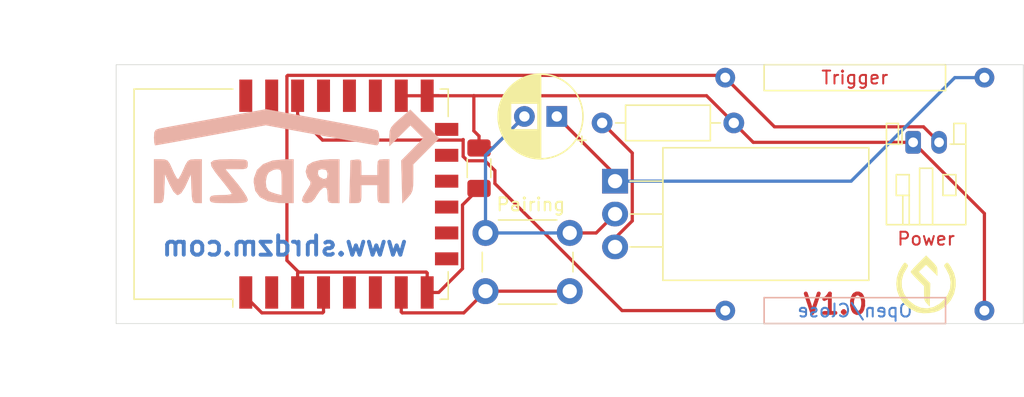
<source format=kicad_pcb>
(kicad_pcb (version 20171130) (host pcbnew "(5.1.9)-1")

  (general
    (thickness 1.6)
    (drawings 9)
    (tracks 69)
    (zones 0)
    (modules 11)
    (nets 22)
  )

  (page A4)
  (layers
    (0 F.Cu signal)
    (31 B.Cu signal)
    (32 B.Adhes user)
    (33 F.Adhes user)
    (34 B.Paste user)
    (35 F.Paste user)
    (36 B.SilkS user)
    (37 F.SilkS user)
    (38 B.Mask user)
    (39 F.Mask user)
    (40 Dwgs.User user)
    (41 Cmts.User user)
    (42 Eco1.User user)
    (43 Eco2.User user)
    (44 Edge.Cuts user)
    (45 Margin user)
    (46 B.CrtYd user)
    (47 F.CrtYd user)
    (48 B.Fab user)
    (49 F.Fab user)
  )

  (setup
    (last_trace_width 0.25)
    (trace_clearance 0.2)
    (zone_clearance 0.508)
    (zone_45_only no)
    (trace_min 0.2)
    (via_size 0.8)
    (via_drill 0.4)
    (via_min_size 0.4)
    (via_min_drill 0.3)
    (uvia_size 0.3)
    (uvia_drill 0.1)
    (uvias_allowed no)
    (uvia_min_size 0.2)
    (uvia_min_drill 0.1)
    (edge_width 0.05)
    (segment_width 0.2)
    (pcb_text_width 0.3)
    (pcb_text_size 1.5 1.5)
    (mod_edge_width 0.12)
    (mod_text_size 1 1)
    (mod_text_width 0.15)
    (pad_size 1.524 1.524)
    (pad_drill 0.762)
    (pad_to_mask_clearance 0)
    (aux_axis_origin 0 0)
    (visible_elements 7FFFF7FF)
    (pcbplotparams
      (layerselection 0x010fc_ffffffff)
      (usegerberextensions false)
      (usegerberattributes true)
      (usegerberadvancedattributes true)
      (creategerberjobfile true)
      (excludeedgelayer true)
      (linewidth 0.100000)
      (plotframeref false)
      (viasonmask false)
      (mode 1)
      (useauxorigin false)
      (hpglpennumber 1)
      (hpglpenspeed 20)
      (hpglpendiameter 15.000000)
      (psnegative false)
      (psa4output false)
      (plotreference true)
      (plotvalue true)
      (plotinvisibletext false)
      (padsonsilk false)
      (subtractmaskfromsilk false)
      (outputformat 1)
      (mirror false)
      (drillshape 0)
      (scaleselection 1)
      (outputdirectory "Gerber/"))
  )

  (net 0 "")
  (net 1 GND)
  (net 2 +3V3)
  (net 3 "Net-(C1-Pad1)")
  (net 4 "Net-(Q1-Pad3)")
  (net 5 "Net-(SW2-Pad1)")
  (net 6 "Net-(SW3-Pad1)")
  (net 7 "Net-(U1-Pad1)")
  (net 8 "Net-(U1-Pad2)")
  (net 9 "Net-(U1-Pad5)")
  (net 10 "Net-(U1-Pad6)")
  (net 11 "Net-(U1-Pad9)")
  (net 12 "Net-(U1-Pad10)")
  (net 13 "Net-(U1-Pad11)")
  (net 14 "Net-(U1-Pad12)")
  (net 15 "Net-(U1-Pad13)")
  (net 16 "Net-(U1-Pad14)")
  (net 17 "Net-(U1-Pad17)")
  (net 18 "Net-(U1-Pad18)")
  (net 19 "Net-(U1-Pad19)")
  (net 20 "Net-(U1-Pad21)")
  (net 21 "Net-(U1-Pad22)")

  (net_class Default "This is the default net class."
    (clearance 0.2)
    (trace_width 0.25)
    (via_dia 0.8)
    (via_drill 0.4)
    (uvia_dia 0.3)
    (uvia_drill 0.1)
    (add_net +3V3)
    (add_net GND)
    (add_net "Net-(C1-Pad1)")
    (add_net "Net-(Q1-Pad3)")
    (add_net "Net-(SW2-Pad1)")
    (add_net "Net-(SW3-Pad1)")
    (add_net "Net-(U1-Pad1)")
    (add_net "Net-(U1-Pad10)")
    (add_net "Net-(U1-Pad11)")
    (add_net "Net-(U1-Pad12)")
    (add_net "Net-(U1-Pad13)")
    (add_net "Net-(U1-Pad14)")
    (add_net "Net-(U1-Pad17)")
    (add_net "Net-(U1-Pad18)")
    (add_net "Net-(U1-Pad19)")
    (add_net "Net-(U1-Pad2)")
    (add_net "Net-(U1-Pad21)")
    (add_net "Net-(U1-Pad22)")
    (add_net "Net-(U1-Pad5)")
    (add_net "Net-(U1-Pad6)")
    (add_net "Net-(U1-Pad9)")
  )

  (module "SHRDZM:SHRDZM Symbol 5x5" (layer F.Cu) (tedit 0) (tstamp 6053F220)
    (at 131.5 70)
    (fp_text reference G*** (at 0 0) (layer F.SilkS) hide
      (effects (font (size 1.524 1.524) (thickness 0.3)))
    )
    (fp_text value LOGO (at 0.75 0) (layer F.SilkS) hide
      (effects (font (size 1.524 1.524) (thickness 0.3)))
    )
    (fp_poly (pts (xy 0.436196 -1.825987) (xy 0.66022 -1.596669) (xy 0.791224 -1.429677) (xy 0.853769 -1.280676)
      (xy 0.872417 -1.105331) (xy 0.873125 -1.037298) (xy 0.873125 -0.680111) (xy 0.43736 -1.110462)
      (xy 0.001596 -1.540814) (xy -0.278011 -1.269809) (xy -0.557617 -0.998804) (xy 0.322975 -0.108926)
      (xy 0.300394 0.784464) (xy 0.277812 1.677854) (xy 0.059531 1.44974) (xy -0.057965 1.309741)
      (xy -0.123848 1.16476) (xy -0.15261 0.9629) (xy -0.15875 0.668051) (xy -0.15875 0.114476)
      (xy -0.674688 -0.396875) (xy -0.902046 -0.630826) (xy -1.078259 -0.828545) (xy -1.177694 -0.960471)
      (xy -1.190625 -0.991882) (xy -1.137382 -1.079261) (xy -0.993484 -1.249778) (xy -0.782674 -1.476507)
      (xy -0.595679 -1.666512) (xy -0.000732 -2.257487) (xy 0.436196 -1.825987)) (layer F.SilkS) (width 0.01))
    (fp_poly (pts (xy -1.506686 -1.625883) (xy -1.503334 -1.622852) (xy -1.398724 -1.505223) (xy -1.412956 -1.400282)
      (xy -1.469728 -1.316374) (xy -1.75387 -0.815712) (xy -1.886962 -0.30033) (xy -1.870112 0.211618)
      (xy -1.704429 0.701978) (xy -1.391021 1.152595) (xy -1.314082 1.233002) (xy -0.864498 1.5863)
      (xy -0.389162 1.785985) (xy 0.097619 1.832058) (xy 0.581538 1.724518) (xy 1.048286 1.463366)
      (xy 1.314081 1.233002) (xy 1.655709 0.792086) (xy 1.849824 0.307945) (xy 1.895319 -0.201268)
      (xy 1.791085 -0.717399) (xy 1.536013 -1.222293) (xy 1.469727 -1.316374) (xy 1.392661 -1.44994)
      (xy 1.429417 -1.550408) (xy 1.503333 -1.622852) (xy 1.595643 -1.694892) (xy 1.669653 -1.693628)
      (xy 1.758787 -1.598696) (xy 1.896469 -1.389728) (xy 1.903109 -1.379261) (xy 2.154504 -0.894106)
      (xy 2.275576 -0.412973) (xy 2.281585 0.121397) (xy 2.159228 0.698) (xy 1.896881 1.216996)
      (xy 1.509151 1.656847) (xy 1.010647 1.996013) (xy 1.009923 1.996385) (xy 0.657971 2.119791)
      (xy 0.226438 2.189529) (xy -0.218985 2.201228) (xy -0.612607 2.150515) (xy -0.738348 2.112708)
      (xy -1.277564 1.834626) (xy -1.717995 1.449179) (xy -2.044617 0.977102) (xy -2.242407 0.439127)
      (xy -2.297949 -0.039688) (xy -2.260217 -0.53047) (xy -2.125067 -0.969971) (xy -1.902146 -1.380781)
      (xy -1.762284 -1.59393) (xy -1.672115 -1.692258) (xy -1.598096 -1.696122) (xy -1.506686 -1.625883)) (layer F.SilkS) (width 0.01))
  )

  (module "SHRDZM:SHRDZM 22x7" (layer B.Cu) (tedit 0) (tstamp 6053EF90)
    (at 83 60 180)
    (fp_text reference G*** (at 0 0) (layer B.SilkS) hide
      (effects (font (size 1.524 1.524) (thickness 0.3)) (justify mirror))
    )
    (fp_text value LOGO (at 0.75 0) (layer B.SilkS) hide
      (effects (font (size 1.524 1.524) (thickness 0.3)) (justify mirror))
    )
    (fp_poly (pts (xy 6.33845 2.855293) (xy 7.417916 2.659623) (xy 8.416121 2.477961) (xy 9.287089 2.318731)
      (xy 9.98484 2.19036) (xy 10.463396 2.101271) (xy 10.660304 2.063377) (xy 10.937411 1.968731)
      (xy 11.057669 1.770842) (xy 11.083637 1.373224) (xy 11.061472 0.992029) (xy 11.006232 0.783193)
      (xy 10.98564 0.769697) (xy 10.81443 0.79655) (xy 10.380107 0.87235) (xy 9.722286 0.989964)
      (xy 8.880581 1.142255) (xy 7.894607 1.322089) (xy 6.803979 1.522331) (xy 6.675337 1.546032)
      (xy 2.463031 2.322366) (xy -1.749276 1.546032) (xy -2.854042 1.343541) (xy -3.863046 1.160741)
      (xy -4.735726 1.004807) (xy -5.431519 0.882919) (xy -5.909864 0.802252) (xy -6.130199 0.769986)
      (xy -6.136549 0.769697) (xy -6.253464 0.905031) (xy -6.310375 1.238488) (xy -6.311515 1.2994)
      (xy -6.273638 1.680671) (xy -6.181152 1.907521) (xy -6.168231 1.917657) (xy -5.98478 1.967536)
      (xy -5.538462 2.064115) (xy -4.8694 2.199457) (xy -4.017718 2.365623) (xy -3.02354 2.554673)
      (xy -1.92699 2.758671) (xy -1.792509 2.783396) (xy 2.43993 3.56058) (xy 6.33845 2.855293)) (layer B.SilkS) (width 0.01))
    (fp_poly (pts (xy 8.26362 -0.330757) (xy 8.475033 -0.447322) (xy 8.651647 -0.729463) (xy 8.803601 -1.077575)
      (xy 8.999928 -1.504146) (xy 9.165105 -1.783649) (xy 9.236364 -1.847272) (xy 9.352911 -1.717378)
      (xy 9.532806 -1.383147) (xy 9.669127 -1.077575) (xy 9.871071 -0.630791) (xy 10.049204 -0.401604)
      (xy 10.284523 -0.318124) (xy 10.536318 -0.307878) (xy 11.083637 -0.307878) (xy 11.083637 -3.694545)
      (xy 10.705532 -3.694545) (xy 10.509824 -3.676699) (xy 10.392873 -3.579298) (xy 10.329724 -3.336552)
      (xy 10.295422 -2.882668) (xy 10.282199 -2.578484) (xy 10.23697 -1.462424) (xy 9.87165 -2.270606)
      (xy 9.578486 -2.808425) (xy 9.317423 -3.060581) (xy 9.236364 -3.078787) (xy 8.988976 -2.928941)
      (xy 8.705713 -2.48863) (xy 8.601078 -2.270606) (xy 8.235758 -1.462424) (xy 8.190529 -2.578484)
      (xy 8.161159 -3.154028) (xy 8.114644 -3.487584) (xy 8.026028 -3.644945) (xy 7.870356 -3.691902)
      (xy 7.767196 -3.694545) (xy 7.389091 -3.694545) (xy 7.389091 -0.307878) (xy 7.93641 -0.307878)
      (xy 8.26362 -0.330757)) (layer B.SilkS) (width 0.01))
    (fp_poly (pts (xy 6.008444 -0.324563) (xy 6.489165 -0.397713) (xy 6.697007 -0.561976) (xy 6.648045 -0.851995)
      (xy 6.358353 -1.302417) (xy 5.943455 -1.826753) (xy 5.558275 -2.307948) (xy 5.261632 -2.698313)
      (xy 5.0982 -2.938158) (xy 5.08 -2.980469) (xy 5.219249 -3.034323) (xy 5.578439 -3.070034)
      (xy 5.926667 -3.078787) (xy 6.415954 -3.092151) (xy 6.670845 -3.149929) (xy 6.764304 -3.278654)
      (xy 6.773334 -3.386666) (xy 6.751251 -3.529762) (xy 6.646928 -3.620073) (xy 6.403254 -3.669624)
      (xy 5.96312 -3.690438) (xy 5.31091 -3.694545) (xy 4.627332 -3.688681) (xy 4.195493 -3.66408)
      (xy 3.959361 -3.610229) (xy 3.862904 -3.516613) (xy 3.848485 -3.420136) (xy 3.942489 -3.182397)
      (xy 4.193196 -2.785351) (xy 4.553648 -2.300582) (xy 4.706811 -2.111651) (xy 5.565136 -1.077575)
      (xy 4.706811 -1.077575) (xy 4.217751 -1.0679) (xy 3.961604 -1.016496) (xy 3.863511 -0.889801)
      (xy 3.848485 -0.692727) (xy 3.859459 -0.510799) (xy 3.93181 -0.397724) (xy 4.12468 -0.33713)
      (xy 4.497215 -0.312646) (xy 5.108556 -0.3079) (xy 5.238771 -0.307878) (xy 6.008444 -0.324563)) (layer B.SilkS) (width 0.01))
    (fp_poly (pts (xy 0.962122 -0.308737) (xy 1.928012 -0.402391) (xy 2.653662 -0.67821) (xy 3.134329 -1.132748)
      (xy 3.365267 -1.76256) (xy 3.386667 -2.069914) (xy 3.266339 -2.744473) (xy 2.90305 -3.237267)
      (xy 2.293344 -3.550801) (xy 1.433765 -3.68758) (xy 1.144525 -3.694545) (xy 0.307879 -3.694545)
      (xy 0.307879 -2.081114) (xy 1.231516 -2.081114) (xy 1.231516 -3.084653) (xy 1.654849 -2.983524)
      (xy 2.038885 -2.855649) (xy 2.270607 -2.730833) (xy 2.421578 -2.446134) (xy 2.454349 -2.018098)
      (xy 2.37379 -1.585602) (xy 2.221126 -1.31948) (xy 1.87761 -1.126027) (xy 1.605368 -1.077575)
      (xy 1.404546 -1.09646) (xy 1.292558 -1.199363) (xy 1.243559 -1.455657) (xy 1.231705 -1.934715)
      (xy 1.231516 -2.081114) (xy 0.307879 -2.081114) (xy 0.307879 -0.307878) (xy 0.962122 -0.308737)) (layer B.SilkS) (width 0.01))
    (fp_poly (pts (xy -1.761891 -0.364157) (xy -1.176456 -0.517601) (xy -0.795358 -0.745123) (xy -0.736702 -0.817812)
      (xy -0.622926 -1.255003) (xy -0.751502 -1.713021) (xy -0.860068 -1.862081) (xy -0.99411 -2.05174)
      (xy -0.986149 -2.247786) (xy -0.818135 -2.550589) (xy -0.706128 -2.718119) (xy -0.410165 -3.208523)
      (xy -0.330986 -3.512364) (xy -0.469438 -3.662528) (xy -0.731212 -3.694129) (xy -1.056406 -3.624237)
      (xy -1.314776 -3.367405) (xy -1.462424 -3.118673) (xy -1.71518 -2.746889) (xy -1.971816 -2.518078)
      (xy -2.039696 -2.492044) (xy -2.214385 -2.513209) (xy -2.293196 -2.712421) (xy -2.30909 -3.0675)
      (xy -2.326485 -3.466995) (xy -2.421636 -3.64641) (xy -2.658995 -3.693258) (xy -2.770909 -3.694545)
      (xy -3.232727 -3.694545) (xy -3.232727 -1.47313) (xy -2.30909 -1.47313) (xy -2.258836 -1.761451)
      (xy -2.055968 -1.82919) (xy -1.962727 -1.819494) (xy -1.651515 -1.644194) (xy -1.567172 -1.423939)
      (xy -1.58782 -1.165224) (xy -1.807492 -1.080681) (xy -1.913535 -1.077575) (xy -2.211204 -1.136573)
      (xy -2.306171 -1.375294) (xy -2.30909 -1.47313) (xy -3.232727 -1.47313) (xy -3.232727 -0.307878)
      (xy -2.473051 -0.307878) (xy -1.761891 -0.364157)) (layer B.SilkS) (width 0.01))
    (fp_poly (pts (xy -6.323272 -0.332194) (xy -6.191634 -0.463962) (xy -6.158304 -0.791414) (xy -6.157575 -0.923636)
      (xy -6.157575 -1.539394) (xy -4.92606 -1.539394) (xy -4.92606 -0.913411) (xy -4.90997 -0.516795)
      (xy -4.822498 -0.347616) (xy -4.604841 -0.325687) (xy -4.502727 -0.336138) (xy -4.079393 -0.384848)
      (xy -4.035701 -2.039697) (xy -3.992008 -3.694545) (xy -4.459034 -3.694545) (xy -4.746185 -3.674901)
      (xy -4.882186 -3.560245) (xy -4.923389 -3.266991) (xy -4.92606 -3.001818) (xy -4.92606 -2.30909)
      (xy -6.157575 -2.30909) (xy -6.157575 -3.001818) (xy -6.170963 -3.427786) (xy -6.248259 -3.629539)
      (xy -6.445168 -3.690629) (xy -6.619393 -3.694545) (xy -7.081212 -3.694545) (xy -7.081212 -0.307878)
      (xy -6.619393 -0.307878) (xy -6.323272 -0.332194)) (layer B.SilkS) (width 0.01))
    (fp_poly (pts (xy -7.889393 2.826854) (xy -7.459882 2.439798) (xy -7.217448 2.152798) (xy -7.109048 1.873213)
      (xy -7.081642 1.508401) (xy -7.081212 1.415339) (xy -7.081212 0.703245) (xy -7.893288 1.505234)
      (xy -8.705365 2.307223) (xy -9.201025 1.811562) (xy -9.696686 1.315902) (xy -8.84527 0.455508)
      (xy -7.993854 -0.404885) (xy -8.037836 -2.060399) (xy -8.081818 -3.715914) (xy -8.505151 -3.273473)
      (xy -8.733883 -3.000547) (xy -8.861695 -2.717593) (xy -8.917059 -2.323211) (xy -8.928484 -1.765742)
      (xy -8.928484 -0.700453) (xy -10.929686 1.316201) (xy -9.813631 2.421238) (xy -8.697575 3.526275)
      (xy -7.889393 2.826854)) (layer B.SilkS) (width 0.01))
  )

  (module RF_Module:ESP-12E (layer F.Cu) (tedit 5A030172) (tstamp 6053D26D)
    (at 82.5 63 90)
    (descr "Wi-Fi Module, http://wiki.ai-thinker.com/_media/esp8266/docs/aithinker_esp_12f_datasheet_en.pdf")
    (tags "Wi-Fi Module")
    (path /606216D0)
    (attr smd)
    (fp_text reference U1 (at -2 -1.5 90) (layer F.SilkS) hide
      (effects (font (size 1 1) (thickness 0.15)))
    )
    (fp_text value ESP-12F (at -0.06 -12.78 90) (layer F.Fab)
      (effects (font (size 1 1) (thickness 0.15)))
    )
    (fp_line (start -8 -12) (end 8 -12) (layer F.Fab) (width 0.12))
    (fp_line (start 8 -12) (end 8 12) (layer F.Fab) (width 0.12))
    (fp_line (start 8 12) (end -8 12) (layer F.Fab) (width 0.12))
    (fp_line (start -8 12) (end -8 -3) (layer F.Fab) (width 0.12))
    (fp_line (start -8 -3) (end -7.5 -3.5) (layer F.Fab) (width 0.12))
    (fp_line (start -7.5 -3.5) (end -8 -4) (layer F.Fab) (width 0.12))
    (fp_line (start -8 -4) (end -8 -12) (layer F.Fab) (width 0.12))
    (fp_line (start -9.05 -12.2) (end 9.05 -12.2) (layer F.CrtYd) (width 0.05))
    (fp_line (start 9.05 -12.2) (end 9.05 13.1) (layer F.CrtYd) (width 0.05))
    (fp_line (start 9.05 13.1) (end -9.05 13.1) (layer F.CrtYd) (width 0.05))
    (fp_line (start -9.05 13.1) (end -9.05 -12.2) (layer F.CrtYd) (width 0.05))
    (fp_line (start -8.12 -12.12) (end 8.12 -12.12) (layer F.SilkS) (width 0.12))
    (fp_line (start 8.12 -12.12) (end 8.12 -4.5) (layer F.SilkS) (width 0.12))
    (fp_line (start 8.12 11.5) (end 8.12 12.12) (layer F.SilkS) (width 0.12))
    (fp_line (start 8.12 12.12) (end 6 12.12) (layer F.SilkS) (width 0.12))
    (fp_line (start -6 12.12) (end -8.12 12.12) (layer F.SilkS) (width 0.12))
    (fp_line (start -8.12 12.12) (end -8.12 11.5) (layer F.SilkS) (width 0.12))
    (fp_line (start -8.12 -4.5) (end -8.12 -12.12) (layer F.SilkS) (width 0.12))
    (fp_line (start -8.12 -4.5) (end -8.73 -4.5) (layer F.SilkS) (width 0.12))
    (fp_line (start -8.12 -12.12) (end 8.12 -12.12) (layer Dwgs.User) (width 0.12))
    (fp_line (start 8.12 -12.12) (end 8.12 -4.8) (layer Dwgs.User) (width 0.12))
    (fp_line (start 8.12 -4.8) (end -8.12 -4.8) (layer Dwgs.User) (width 0.12))
    (fp_line (start -8.12 -4.8) (end -8.12 -12.12) (layer Dwgs.User) (width 0.12))
    (fp_line (start -8.12 -9.12) (end -5.12 -12.12) (layer Dwgs.User) (width 0.12))
    (fp_line (start -8.12 -6.12) (end -2.12 -12.12) (layer Dwgs.User) (width 0.12))
    (fp_line (start -6.44 -4.8) (end 0.88 -12.12) (layer Dwgs.User) (width 0.12))
    (fp_line (start -3.44 -4.8) (end 3.88 -12.12) (layer Dwgs.User) (width 0.12))
    (fp_line (start -0.44 -4.8) (end 6.88 -12.12) (layer Dwgs.User) (width 0.12))
    (fp_line (start 2.56 -4.8) (end 8.12 -10.36) (layer Dwgs.User) (width 0.12))
    (fp_line (start 5.56 -4.8) (end 8.12 -7.36) (layer Dwgs.User) (width 0.12))
    (fp_text user Antenna (at -0.06 -7 270) (layer Cmts.User)
      (effects (font (size 1 1) (thickness 0.15)))
    )
    (fp_text user "KEEP-OUT ZONE" (at 0.03 -9.55 270) (layer Cmts.User)
      (effects (font (size 1 1) (thickness 0.15)))
    )
    (fp_text user %R (at 0.49 -0.8 90) (layer F.Fab)
      (effects (font (size 1 1) (thickness 0.15)))
    )
    (pad 1 smd rect (at -7.6 -3.5 90) (size 2.5 1) (layers F.Cu F.Paste F.Mask)
      (net 7 "Net-(U1-Pad1)"))
    (pad 2 smd rect (at -7.6 -1.5 90) (size 2.5 1) (layers F.Cu F.Paste F.Mask)
      (net 8 "Net-(U1-Pad2)"))
    (pad 3 smd rect (at -7.6 0.5 90) (size 2.5 1) (layers F.Cu F.Paste F.Mask)
      (net 2 +3V3))
    (pad 4 smd rect (at -7.6 2.5 90) (size 2.5 1) (layers F.Cu F.Paste F.Mask)
      (net 7 "Net-(U1-Pad1)"))
    (pad 5 smd rect (at -7.6 4.5 90) (size 2.5 1) (layers F.Cu F.Paste F.Mask)
      (net 9 "Net-(U1-Pad5)"))
    (pad 6 smd rect (at -7.6 6.5 90) (size 2.5 1) (layers F.Cu F.Paste F.Mask)
      (net 10 "Net-(U1-Pad6)"))
    (pad 7 smd rect (at -7.6 8.5 90) (size 2.5 1) (layers F.Cu F.Paste F.Mask)
      (net 5 "Net-(SW2-Pad1)"))
    (pad 8 smd rect (at -7.6 10.5 90) (size 2.5 1) (layers F.Cu F.Paste F.Mask)
      (net 2 +3V3))
    (pad 9 smd rect (at -5 12 90) (size 1 1.8) (layers F.Cu F.Paste F.Mask)
      (net 11 "Net-(U1-Pad9)"))
    (pad 10 smd rect (at -3 12 90) (size 1 1.8) (layers F.Cu F.Paste F.Mask)
      (net 12 "Net-(U1-Pad10)"))
    (pad 11 smd rect (at -1 12 90) (size 1 1.8) (layers F.Cu F.Paste F.Mask)
      (net 13 "Net-(U1-Pad11)"))
    (pad 12 smd rect (at 1 12 90) (size 1 1.8) (layers F.Cu F.Paste F.Mask)
      (net 14 "Net-(U1-Pad12)"))
    (pad 13 smd rect (at 3 12 90) (size 1 1.8) (layers F.Cu F.Paste F.Mask)
      (net 15 "Net-(U1-Pad13)"))
    (pad 14 smd rect (at 5 12 90) (size 1 1.8) (layers F.Cu F.Paste F.Mask)
      (net 16 "Net-(U1-Pad14)"))
    (pad 15 smd rect (at 7.6 10.5 90) (size 2.5 1) (layers F.Cu F.Paste F.Mask)
      (net 1 GND))
    (pad 16 smd rect (at 7.6 8.5 90) (size 2.5 1) (layers F.Cu F.Paste F.Mask)
      (net 1 GND))
    (pad 17 smd rect (at 7.6 6.5 90) (size 2.5 1) (layers F.Cu F.Paste F.Mask)
      (net 17 "Net-(U1-Pad17)"))
    (pad 18 smd rect (at 7.6 4.5 90) (size 2.5 1) (layers F.Cu F.Paste F.Mask)
      (net 18 "Net-(U1-Pad18)"))
    (pad 19 smd rect (at 7.6 2.5 90) (size 2.5 1) (layers F.Cu F.Paste F.Mask)
      (net 19 "Net-(U1-Pad19)"))
    (pad 20 smd rect (at 7.6 0.5 90) (size 2.5 1) (layers F.Cu F.Paste F.Mask)
      (net 6 "Net-(SW3-Pad1)"))
    (pad 21 smd rect (at 7.6 -1.5 90) (size 2.5 1) (layers F.Cu F.Paste F.Mask)
      (net 20 "Net-(U1-Pad21)"))
    (pad 22 smd rect (at 7.6 -3.5 90) (size 2.5 1) (layers F.Cu F.Paste F.Mask)
      (net 21 "Net-(U1-Pad22)"))
    (model ${KISYS3DMOD}/RF_Module.3dshapes/ESP-12E.wrl
      (at (xyz 0 0 0))
      (scale (xyz 1 1 1))
      (rotate (xyz 0 0 0))
    )
  )

  (module Capacitor_THT:CP_Radial_D6.3mm_P2.50mm (layer F.Cu) (tedit 5AE50EF0) (tstamp 6053D170)
    (at 103 57 180)
    (descr "CP, Radial series, Radial, pin pitch=2.50mm, , diameter=6.3mm, Electrolytic Capacitor")
    (tags "CP Radial series Radial pin pitch 2.50mm  diameter 6.3mm Electrolytic Capacitor")
    (path /605B0492)
    (fp_text reference C1 (at 1.25 -4.4) (layer F.SilkS) hide
      (effects (font (size 1 1) (thickness 0.15)))
    )
    (fp_text value CP (at 1.25 2.5) (layer F.Fab)
      (effects (font (size 1 1) (thickness 0.15)))
    )
    (fp_circle (center 1.25 0) (end 4.4 0) (layer F.Fab) (width 0.1))
    (fp_circle (center 1.25 0) (end 4.52 0) (layer F.SilkS) (width 0.12))
    (fp_circle (center 1.25 0) (end 4.65 0) (layer F.CrtYd) (width 0.05))
    (fp_line (start -1.443972 -1.3735) (end -0.813972 -1.3735) (layer F.Fab) (width 0.1))
    (fp_line (start -1.128972 -1.6885) (end -1.128972 -1.0585) (layer F.Fab) (width 0.1))
    (fp_line (start 1.25 -3.23) (end 1.25 3.23) (layer F.SilkS) (width 0.12))
    (fp_line (start 1.29 -3.23) (end 1.29 3.23) (layer F.SilkS) (width 0.12))
    (fp_line (start 1.33 -3.23) (end 1.33 3.23) (layer F.SilkS) (width 0.12))
    (fp_line (start 1.37 -3.228) (end 1.37 3.228) (layer F.SilkS) (width 0.12))
    (fp_line (start 1.41 -3.227) (end 1.41 3.227) (layer F.SilkS) (width 0.12))
    (fp_line (start 1.45 -3.224) (end 1.45 3.224) (layer F.SilkS) (width 0.12))
    (fp_line (start 1.49 -3.222) (end 1.49 -1.04) (layer F.SilkS) (width 0.12))
    (fp_line (start 1.49 1.04) (end 1.49 3.222) (layer F.SilkS) (width 0.12))
    (fp_line (start 1.53 -3.218) (end 1.53 -1.04) (layer F.SilkS) (width 0.12))
    (fp_line (start 1.53 1.04) (end 1.53 3.218) (layer F.SilkS) (width 0.12))
    (fp_line (start 1.57 -3.215) (end 1.57 -1.04) (layer F.SilkS) (width 0.12))
    (fp_line (start 1.57 1.04) (end 1.57 3.215) (layer F.SilkS) (width 0.12))
    (fp_line (start 1.61 -3.211) (end 1.61 -1.04) (layer F.SilkS) (width 0.12))
    (fp_line (start 1.61 1.04) (end 1.61 3.211) (layer F.SilkS) (width 0.12))
    (fp_line (start 1.65 -3.206) (end 1.65 -1.04) (layer F.SilkS) (width 0.12))
    (fp_line (start 1.65 1.04) (end 1.65 3.206) (layer F.SilkS) (width 0.12))
    (fp_line (start 1.69 -3.201) (end 1.69 -1.04) (layer F.SilkS) (width 0.12))
    (fp_line (start 1.69 1.04) (end 1.69 3.201) (layer F.SilkS) (width 0.12))
    (fp_line (start 1.73 -3.195) (end 1.73 -1.04) (layer F.SilkS) (width 0.12))
    (fp_line (start 1.73 1.04) (end 1.73 3.195) (layer F.SilkS) (width 0.12))
    (fp_line (start 1.77 -3.189) (end 1.77 -1.04) (layer F.SilkS) (width 0.12))
    (fp_line (start 1.77 1.04) (end 1.77 3.189) (layer F.SilkS) (width 0.12))
    (fp_line (start 1.81 -3.182) (end 1.81 -1.04) (layer F.SilkS) (width 0.12))
    (fp_line (start 1.81 1.04) (end 1.81 3.182) (layer F.SilkS) (width 0.12))
    (fp_line (start 1.85 -3.175) (end 1.85 -1.04) (layer F.SilkS) (width 0.12))
    (fp_line (start 1.85 1.04) (end 1.85 3.175) (layer F.SilkS) (width 0.12))
    (fp_line (start 1.89 -3.167) (end 1.89 -1.04) (layer F.SilkS) (width 0.12))
    (fp_line (start 1.89 1.04) (end 1.89 3.167) (layer F.SilkS) (width 0.12))
    (fp_line (start 1.93 -3.159) (end 1.93 -1.04) (layer F.SilkS) (width 0.12))
    (fp_line (start 1.93 1.04) (end 1.93 3.159) (layer F.SilkS) (width 0.12))
    (fp_line (start 1.971 -3.15) (end 1.971 -1.04) (layer F.SilkS) (width 0.12))
    (fp_line (start 1.971 1.04) (end 1.971 3.15) (layer F.SilkS) (width 0.12))
    (fp_line (start 2.011 -3.141) (end 2.011 -1.04) (layer F.SilkS) (width 0.12))
    (fp_line (start 2.011 1.04) (end 2.011 3.141) (layer F.SilkS) (width 0.12))
    (fp_line (start 2.051 -3.131) (end 2.051 -1.04) (layer F.SilkS) (width 0.12))
    (fp_line (start 2.051 1.04) (end 2.051 3.131) (layer F.SilkS) (width 0.12))
    (fp_line (start 2.091 -3.121) (end 2.091 -1.04) (layer F.SilkS) (width 0.12))
    (fp_line (start 2.091 1.04) (end 2.091 3.121) (layer F.SilkS) (width 0.12))
    (fp_line (start 2.131 -3.11) (end 2.131 -1.04) (layer F.SilkS) (width 0.12))
    (fp_line (start 2.131 1.04) (end 2.131 3.11) (layer F.SilkS) (width 0.12))
    (fp_line (start 2.171 -3.098) (end 2.171 -1.04) (layer F.SilkS) (width 0.12))
    (fp_line (start 2.171 1.04) (end 2.171 3.098) (layer F.SilkS) (width 0.12))
    (fp_line (start 2.211 -3.086) (end 2.211 -1.04) (layer F.SilkS) (width 0.12))
    (fp_line (start 2.211 1.04) (end 2.211 3.086) (layer F.SilkS) (width 0.12))
    (fp_line (start 2.251 -3.074) (end 2.251 -1.04) (layer F.SilkS) (width 0.12))
    (fp_line (start 2.251 1.04) (end 2.251 3.074) (layer F.SilkS) (width 0.12))
    (fp_line (start 2.291 -3.061) (end 2.291 -1.04) (layer F.SilkS) (width 0.12))
    (fp_line (start 2.291 1.04) (end 2.291 3.061) (layer F.SilkS) (width 0.12))
    (fp_line (start 2.331 -3.047) (end 2.331 -1.04) (layer F.SilkS) (width 0.12))
    (fp_line (start 2.331 1.04) (end 2.331 3.047) (layer F.SilkS) (width 0.12))
    (fp_line (start 2.371 -3.033) (end 2.371 -1.04) (layer F.SilkS) (width 0.12))
    (fp_line (start 2.371 1.04) (end 2.371 3.033) (layer F.SilkS) (width 0.12))
    (fp_line (start 2.411 -3.018) (end 2.411 -1.04) (layer F.SilkS) (width 0.12))
    (fp_line (start 2.411 1.04) (end 2.411 3.018) (layer F.SilkS) (width 0.12))
    (fp_line (start 2.451 -3.002) (end 2.451 -1.04) (layer F.SilkS) (width 0.12))
    (fp_line (start 2.451 1.04) (end 2.451 3.002) (layer F.SilkS) (width 0.12))
    (fp_line (start 2.491 -2.986) (end 2.491 -1.04) (layer F.SilkS) (width 0.12))
    (fp_line (start 2.491 1.04) (end 2.491 2.986) (layer F.SilkS) (width 0.12))
    (fp_line (start 2.531 -2.97) (end 2.531 -1.04) (layer F.SilkS) (width 0.12))
    (fp_line (start 2.531 1.04) (end 2.531 2.97) (layer F.SilkS) (width 0.12))
    (fp_line (start 2.571 -2.952) (end 2.571 -1.04) (layer F.SilkS) (width 0.12))
    (fp_line (start 2.571 1.04) (end 2.571 2.952) (layer F.SilkS) (width 0.12))
    (fp_line (start 2.611 -2.934) (end 2.611 -1.04) (layer F.SilkS) (width 0.12))
    (fp_line (start 2.611 1.04) (end 2.611 2.934) (layer F.SilkS) (width 0.12))
    (fp_line (start 2.651 -2.916) (end 2.651 -1.04) (layer F.SilkS) (width 0.12))
    (fp_line (start 2.651 1.04) (end 2.651 2.916) (layer F.SilkS) (width 0.12))
    (fp_line (start 2.691 -2.896) (end 2.691 -1.04) (layer F.SilkS) (width 0.12))
    (fp_line (start 2.691 1.04) (end 2.691 2.896) (layer F.SilkS) (width 0.12))
    (fp_line (start 2.731 -2.876) (end 2.731 -1.04) (layer F.SilkS) (width 0.12))
    (fp_line (start 2.731 1.04) (end 2.731 2.876) (layer F.SilkS) (width 0.12))
    (fp_line (start 2.771 -2.856) (end 2.771 -1.04) (layer F.SilkS) (width 0.12))
    (fp_line (start 2.771 1.04) (end 2.771 2.856) (layer F.SilkS) (width 0.12))
    (fp_line (start 2.811 -2.834) (end 2.811 -1.04) (layer F.SilkS) (width 0.12))
    (fp_line (start 2.811 1.04) (end 2.811 2.834) (layer F.SilkS) (width 0.12))
    (fp_line (start 2.851 -2.812) (end 2.851 -1.04) (layer F.SilkS) (width 0.12))
    (fp_line (start 2.851 1.04) (end 2.851 2.812) (layer F.SilkS) (width 0.12))
    (fp_line (start 2.891 -2.79) (end 2.891 -1.04) (layer F.SilkS) (width 0.12))
    (fp_line (start 2.891 1.04) (end 2.891 2.79) (layer F.SilkS) (width 0.12))
    (fp_line (start 2.931 -2.766) (end 2.931 -1.04) (layer F.SilkS) (width 0.12))
    (fp_line (start 2.931 1.04) (end 2.931 2.766) (layer F.SilkS) (width 0.12))
    (fp_line (start 2.971 -2.742) (end 2.971 -1.04) (layer F.SilkS) (width 0.12))
    (fp_line (start 2.971 1.04) (end 2.971 2.742) (layer F.SilkS) (width 0.12))
    (fp_line (start 3.011 -2.716) (end 3.011 -1.04) (layer F.SilkS) (width 0.12))
    (fp_line (start 3.011 1.04) (end 3.011 2.716) (layer F.SilkS) (width 0.12))
    (fp_line (start 3.051 -2.69) (end 3.051 -1.04) (layer F.SilkS) (width 0.12))
    (fp_line (start 3.051 1.04) (end 3.051 2.69) (layer F.SilkS) (width 0.12))
    (fp_line (start 3.091 -2.664) (end 3.091 -1.04) (layer F.SilkS) (width 0.12))
    (fp_line (start 3.091 1.04) (end 3.091 2.664) (layer F.SilkS) (width 0.12))
    (fp_line (start 3.131 -2.636) (end 3.131 -1.04) (layer F.SilkS) (width 0.12))
    (fp_line (start 3.131 1.04) (end 3.131 2.636) (layer F.SilkS) (width 0.12))
    (fp_line (start 3.171 -2.607) (end 3.171 -1.04) (layer F.SilkS) (width 0.12))
    (fp_line (start 3.171 1.04) (end 3.171 2.607) (layer F.SilkS) (width 0.12))
    (fp_line (start 3.211 -2.578) (end 3.211 -1.04) (layer F.SilkS) (width 0.12))
    (fp_line (start 3.211 1.04) (end 3.211 2.578) (layer F.SilkS) (width 0.12))
    (fp_line (start 3.251 -2.548) (end 3.251 -1.04) (layer F.SilkS) (width 0.12))
    (fp_line (start 3.251 1.04) (end 3.251 2.548) (layer F.SilkS) (width 0.12))
    (fp_line (start 3.291 -2.516) (end 3.291 -1.04) (layer F.SilkS) (width 0.12))
    (fp_line (start 3.291 1.04) (end 3.291 2.516) (layer F.SilkS) (width 0.12))
    (fp_line (start 3.331 -2.484) (end 3.331 -1.04) (layer F.SilkS) (width 0.12))
    (fp_line (start 3.331 1.04) (end 3.331 2.484) (layer F.SilkS) (width 0.12))
    (fp_line (start 3.371 -2.45) (end 3.371 -1.04) (layer F.SilkS) (width 0.12))
    (fp_line (start 3.371 1.04) (end 3.371 2.45) (layer F.SilkS) (width 0.12))
    (fp_line (start 3.411 -2.416) (end 3.411 -1.04) (layer F.SilkS) (width 0.12))
    (fp_line (start 3.411 1.04) (end 3.411 2.416) (layer F.SilkS) (width 0.12))
    (fp_line (start 3.451 -2.38) (end 3.451 -1.04) (layer F.SilkS) (width 0.12))
    (fp_line (start 3.451 1.04) (end 3.451 2.38) (layer F.SilkS) (width 0.12))
    (fp_line (start 3.491 -2.343) (end 3.491 -1.04) (layer F.SilkS) (width 0.12))
    (fp_line (start 3.491 1.04) (end 3.491 2.343) (layer F.SilkS) (width 0.12))
    (fp_line (start 3.531 -2.305) (end 3.531 -1.04) (layer F.SilkS) (width 0.12))
    (fp_line (start 3.531 1.04) (end 3.531 2.305) (layer F.SilkS) (width 0.12))
    (fp_line (start 3.571 -2.265) (end 3.571 2.265) (layer F.SilkS) (width 0.12))
    (fp_line (start 3.611 -2.224) (end 3.611 2.224) (layer F.SilkS) (width 0.12))
    (fp_line (start 3.651 -2.182) (end 3.651 2.182) (layer F.SilkS) (width 0.12))
    (fp_line (start 3.691 -2.137) (end 3.691 2.137) (layer F.SilkS) (width 0.12))
    (fp_line (start 3.731 -2.092) (end 3.731 2.092) (layer F.SilkS) (width 0.12))
    (fp_line (start 3.771 -2.044) (end 3.771 2.044) (layer F.SilkS) (width 0.12))
    (fp_line (start 3.811 -1.995) (end 3.811 1.995) (layer F.SilkS) (width 0.12))
    (fp_line (start 3.851 -1.944) (end 3.851 1.944) (layer F.SilkS) (width 0.12))
    (fp_line (start 3.891 -1.89) (end 3.891 1.89) (layer F.SilkS) (width 0.12))
    (fp_line (start 3.931 -1.834) (end 3.931 1.834) (layer F.SilkS) (width 0.12))
    (fp_line (start 3.971 -1.776) (end 3.971 1.776) (layer F.SilkS) (width 0.12))
    (fp_line (start 4.011 -1.714) (end 4.011 1.714) (layer F.SilkS) (width 0.12))
    (fp_line (start 4.051 -1.65) (end 4.051 1.65) (layer F.SilkS) (width 0.12))
    (fp_line (start 4.091 -1.581) (end 4.091 1.581) (layer F.SilkS) (width 0.12))
    (fp_line (start 4.131 -1.509) (end 4.131 1.509) (layer F.SilkS) (width 0.12))
    (fp_line (start 4.171 -1.432) (end 4.171 1.432) (layer F.SilkS) (width 0.12))
    (fp_line (start 4.211 -1.35) (end 4.211 1.35) (layer F.SilkS) (width 0.12))
    (fp_line (start 4.251 -1.262) (end 4.251 1.262) (layer F.SilkS) (width 0.12))
    (fp_line (start 4.291 -1.165) (end 4.291 1.165) (layer F.SilkS) (width 0.12))
    (fp_line (start 4.331 -1.059) (end 4.331 1.059) (layer F.SilkS) (width 0.12))
    (fp_line (start 4.371 -0.94) (end 4.371 0.94) (layer F.SilkS) (width 0.12))
    (fp_line (start 4.411 -0.802) (end 4.411 0.802) (layer F.SilkS) (width 0.12))
    (fp_line (start 4.451 -0.633) (end 4.451 0.633) (layer F.SilkS) (width 0.12))
    (fp_line (start 4.491 -0.402) (end 4.491 0.402) (layer F.SilkS) (width 0.12))
    (fp_line (start -2.250241 -1.839) (end -1.620241 -1.839) (layer F.SilkS) (width 0.12))
    (fp_line (start -1.935241 -2.154) (end -1.935241 -1.524) (layer F.SilkS) (width 0.12))
    (fp_text user %R (at 1.25 0) (layer F.Fab)
      (effects (font (size 1 1) (thickness 0.15)))
    )
    (pad 1 thru_hole rect (at 0 0 180) (size 1.6 1.6) (drill 0.8) (layers *.Cu *.Mask)
      (net 3 "Net-(C1-Pad1)"))
    (pad 2 thru_hole circle (at 2.5 0 180) (size 1.6 1.6) (drill 0.8) (layers *.Cu *.Mask)
      (net 1 GND))
    (model ${KISYS3DMOD}/Capacitor_THT.3dshapes/CP_Radial_D6.3mm_P2.50mm.wrl
      (at (xyz 0 0 0))
      (scale (xyz 1 1 1))
      (rotate (xyz 0 0 0))
    )
  )

  (module Capacitor_SMD:C_1206_3216Metric_Pad1.33x1.80mm_HandSolder (layer F.Cu) (tedit 5F68FEEF) (tstamp 6053D181)
    (at 97 61 270)
    (descr "Capacitor SMD 1206 (3216 Metric), square (rectangular) end terminal, IPC_7351 nominal with elongated pad for handsoldering. (Body size source: IPC-SM-782 page 76, https://www.pcb-3d.com/wordpress/wp-content/uploads/ipc-sm-782a_amendment_1_and_2.pdf), generated with kicad-footprint-generator")
    (tags "capacitor handsolder")
    (path /606198F9)
    (attr smd)
    (fp_text reference C2 (at 0 -1.85 270) (layer F.SilkS) hide
      (effects (font (size 1 1) (thickness 0.15)))
    )
    (fp_text value C (at 0 1.85 270) (layer F.Fab)
      (effects (font (size 1 1) (thickness 0.15)))
    )
    (fp_line (start -1.6 0.8) (end -1.6 -0.8) (layer F.Fab) (width 0.1))
    (fp_line (start -1.6 -0.8) (end 1.6 -0.8) (layer F.Fab) (width 0.1))
    (fp_line (start 1.6 -0.8) (end 1.6 0.8) (layer F.Fab) (width 0.1))
    (fp_line (start 1.6 0.8) (end -1.6 0.8) (layer F.Fab) (width 0.1))
    (fp_line (start -0.711252 -0.91) (end 0.711252 -0.91) (layer F.SilkS) (width 0.12))
    (fp_line (start -0.711252 0.91) (end 0.711252 0.91) (layer F.SilkS) (width 0.12))
    (fp_line (start -2.48 1.15) (end -2.48 -1.15) (layer F.CrtYd) (width 0.05))
    (fp_line (start -2.48 -1.15) (end 2.48 -1.15) (layer F.CrtYd) (width 0.05))
    (fp_line (start 2.48 -1.15) (end 2.48 1.15) (layer F.CrtYd) (width 0.05))
    (fp_line (start 2.48 1.15) (end -2.48 1.15) (layer F.CrtYd) (width 0.05))
    (fp_text user %R (at 0 0 270) (layer F.Fab)
      (effects (font (size 0.8 0.8) (thickness 0.12)))
    )
    (pad 1 smd roundrect (at -1.5625 0 270) (size 1.325 1.8) (layers F.Cu F.Paste F.Mask) (roundrect_rratio 0.1886784905660377)
      (net 1 GND))
    (pad 2 smd roundrect (at 1.5625 0 270) (size 1.325 1.8) (layers F.Cu F.Paste F.Mask) (roundrect_rratio 0.1886784905660377)
      (net 2 +3V3))
    (model ${KISYS3DMOD}/Capacitor_SMD.3dshapes/C_1206_3216Metric.wrl
      (at (xyz 0 0 0))
      (scale (xyz 1 1 1))
      (rotate (xyz 0 0 0))
    )
  )

  (module Connector_JST:JST_PH_S2B-PH-K_1x02_P2.00mm_Horizontal (layer F.Cu) (tedit 5B7745C6) (tstamp 6053D1C8)
    (at 130.5 59)
    (descr "JST PH series connector, S2B-PH-K (http://www.jst-mfg.com/product/pdf/eng/ePH.pdf), generated with kicad-footprint-generator")
    (tags "connector JST PH top entry")
    (path /605FDF5B)
    (fp_text reference J4 (at 1 -2.55) (layer F.SilkS) hide
      (effects (font (size 1 1) (thickness 0.15)))
    )
    (fp_text value Power (at 1 7.45) (layer F.Cu)
      (effects (font (size 1 1) (thickness 0.15)))
    )
    (fp_line (start -0.86 0.14) (end -1.14 0.14) (layer F.SilkS) (width 0.12))
    (fp_line (start -1.14 0.14) (end -1.14 -1.46) (layer F.SilkS) (width 0.12))
    (fp_line (start -1.14 -1.46) (end -2.06 -1.46) (layer F.SilkS) (width 0.12))
    (fp_line (start -2.06 -1.46) (end -2.06 6.36) (layer F.SilkS) (width 0.12))
    (fp_line (start -2.06 6.36) (end 4.06 6.36) (layer F.SilkS) (width 0.12))
    (fp_line (start 4.06 6.36) (end 4.06 -1.46) (layer F.SilkS) (width 0.12))
    (fp_line (start 4.06 -1.46) (end 3.14 -1.46) (layer F.SilkS) (width 0.12))
    (fp_line (start 3.14 -1.46) (end 3.14 0.14) (layer F.SilkS) (width 0.12))
    (fp_line (start 3.14 0.14) (end 2.86 0.14) (layer F.SilkS) (width 0.12))
    (fp_line (start 0.5 6.36) (end 0.5 2) (layer F.SilkS) (width 0.12))
    (fp_line (start 0.5 2) (end 1.5 2) (layer F.SilkS) (width 0.12))
    (fp_line (start 1.5 2) (end 1.5 6.36) (layer F.SilkS) (width 0.12))
    (fp_line (start -2.06 0.14) (end -1.14 0.14) (layer F.SilkS) (width 0.12))
    (fp_line (start 4.06 0.14) (end 3.14 0.14) (layer F.SilkS) (width 0.12))
    (fp_line (start -1.3 2.5) (end -1.3 4.1) (layer F.SilkS) (width 0.12))
    (fp_line (start -1.3 4.1) (end -0.3 4.1) (layer F.SilkS) (width 0.12))
    (fp_line (start -0.3 4.1) (end -0.3 2.5) (layer F.SilkS) (width 0.12))
    (fp_line (start -0.3 2.5) (end -1.3 2.5) (layer F.SilkS) (width 0.12))
    (fp_line (start 3.3 2.5) (end 3.3 4.1) (layer F.SilkS) (width 0.12))
    (fp_line (start 3.3 4.1) (end 2.3 4.1) (layer F.SilkS) (width 0.12))
    (fp_line (start 2.3 4.1) (end 2.3 2.5) (layer F.SilkS) (width 0.12))
    (fp_line (start 2.3 2.5) (end 3.3 2.5) (layer F.SilkS) (width 0.12))
    (fp_line (start -0.3 4.1) (end -0.3 6.36) (layer F.SilkS) (width 0.12))
    (fp_line (start -0.8 4.1) (end -0.8 6.36) (layer F.SilkS) (width 0.12))
    (fp_line (start -2.45 -1.85) (end -2.45 6.75) (layer F.CrtYd) (width 0.05))
    (fp_line (start -2.45 6.75) (end 4.45 6.75) (layer F.CrtYd) (width 0.05))
    (fp_line (start 4.45 6.75) (end 4.45 -1.85) (layer F.CrtYd) (width 0.05))
    (fp_line (start 4.45 -1.85) (end -2.45 -1.85) (layer F.CrtYd) (width 0.05))
    (fp_line (start -1.25 0.25) (end -1.25 -1.35) (layer F.Fab) (width 0.1))
    (fp_line (start -1.25 -1.35) (end -1.95 -1.35) (layer F.Fab) (width 0.1))
    (fp_line (start -1.95 -1.35) (end -1.95 6.25) (layer F.Fab) (width 0.1))
    (fp_line (start -1.95 6.25) (end 3.95 6.25) (layer F.Fab) (width 0.1))
    (fp_line (start 3.95 6.25) (end 3.95 -1.35) (layer F.Fab) (width 0.1))
    (fp_line (start 3.95 -1.35) (end 3.25 -1.35) (layer F.Fab) (width 0.1))
    (fp_line (start 3.25 -1.35) (end 3.25 0.25) (layer F.Fab) (width 0.1))
    (fp_line (start 3.25 0.25) (end -1.25 0.25) (layer F.Fab) (width 0.1))
    (fp_line (start -0.86 0.14) (end -0.86 -1.075) (layer F.SilkS) (width 0.12))
    (fp_line (start 0 0.875) (end -0.5 1.375) (layer F.Fab) (width 0.1))
    (fp_line (start -0.5 1.375) (end 0.5 1.375) (layer F.Fab) (width 0.1))
    (fp_line (start 0.5 1.375) (end 0 0.875) (layer F.Fab) (width 0.1))
    (fp_text user %R (at 1 2.5) (layer F.Fab)
      (effects (font (size 1 1) (thickness 0.15)))
    )
    (pad 1 thru_hole roundrect (at 0 0) (size 1.2 1.75) (drill 0.75) (layers *.Cu *.Mask) (roundrect_rratio 0.2083325)
      (net 1 GND))
    (pad 2 thru_hole oval (at 2 0) (size 1.2 1.75) (drill 0.75) (layers *.Cu *.Mask)
      (net 2 +3V3))
    (model ${KISYS3DMOD}/Connector_JST.3dshapes/JST_PH_S2B-PH-K_1x02_P2.00mm_Horizontal.wrl
      (at (xyz 0 0 0))
      (scale (xyz 1 1 1))
      (rotate (xyz 0 0 0))
    )
  )

  (module Package_TO_SOT_THT:TO-220-3_Horizontal_TabDown (layer F.Cu) (tedit 5AC8BA0D) (tstamp 6053D1E8)
    (at 107.5 62 270)
    (descr "TO-220-3, Horizontal, RM 2.54mm, see https://www.vishay.com/docs/66542/to-220-1.pdf")
    (tags "TO-220-3 Horizontal RM 2.54mm")
    (path /605A127B)
    (fp_text reference Q1 (at 2.54 -20.58 90) (layer F.SilkS) hide
      (effects (font (size 1 1) (thickness 0.15)))
    )
    (fp_text value IRLZ44N (at 2.54 2 90) (layer F.Fab)
      (effects (font (size 1 1) (thickness 0.15)))
    )
    (fp_circle (center 2.54 -16.66) (end 4.39 -16.66) (layer F.Fab) (width 0.1))
    (fp_line (start -2.46 -13.06) (end -2.46 -19.46) (layer F.Fab) (width 0.1))
    (fp_line (start -2.46 -19.46) (end 7.54 -19.46) (layer F.Fab) (width 0.1))
    (fp_line (start 7.54 -19.46) (end 7.54 -13.06) (layer F.Fab) (width 0.1))
    (fp_line (start 7.54 -13.06) (end -2.46 -13.06) (layer F.Fab) (width 0.1))
    (fp_line (start -2.46 -3.81) (end -2.46 -13.06) (layer F.Fab) (width 0.1))
    (fp_line (start -2.46 -13.06) (end 7.54 -13.06) (layer F.Fab) (width 0.1))
    (fp_line (start 7.54 -13.06) (end 7.54 -3.81) (layer F.Fab) (width 0.1))
    (fp_line (start 7.54 -3.81) (end -2.46 -3.81) (layer F.Fab) (width 0.1))
    (fp_line (start 0 -3.81) (end 0 0) (layer F.Fab) (width 0.1))
    (fp_line (start 2.54 -3.81) (end 2.54 0) (layer F.Fab) (width 0.1))
    (fp_line (start 5.08 -3.81) (end 5.08 0) (layer F.Fab) (width 0.1))
    (fp_line (start -2.58 -3.69) (end 7.66 -3.69) (layer F.SilkS) (width 0.12))
    (fp_line (start -2.58 -19.58) (end 7.66 -19.58) (layer F.SilkS) (width 0.12))
    (fp_line (start -2.58 -19.58) (end -2.58 -3.69) (layer F.SilkS) (width 0.12))
    (fp_line (start 7.66 -19.58) (end 7.66 -3.69) (layer F.SilkS) (width 0.12))
    (fp_line (start 0 -3.69) (end 0 -1.15) (layer F.SilkS) (width 0.12))
    (fp_line (start 2.54 -3.69) (end 2.54 -1.15) (layer F.SilkS) (width 0.12))
    (fp_line (start 5.08 -3.69) (end 5.08 -1.15) (layer F.SilkS) (width 0.12))
    (fp_line (start -2.71 -19.71) (end -2.71 1.25) (layer F.CrtYd) (width 0.05))
    (fp_line (start -2.71 1.25) (end 7.79 1.25) (layer F.CrtYd) (width 0.05))
    (fp_line (start 7.79 1.25) (end 7.79 -19.71) (layer F.CrtYd) (width 0.05))
    (fp_line (start 7.79 -19.71) (end -2.71 -19.71) (layer F.CrtYd) (width 0.05))
    (fp_text user %R (at 2.54 -20.58 90) (layer F.Fab) hide
      (effects (font (size 1 1) (thickness 0.15)))
    )
    (pad "" np_thru_hole oval (at 2.54 -16.66 270) (size 3.5 3.5) (drill 3.5) (layers *.Cu *.Mask))
    (pad 1 thru_hole rect (at 0 0 270) (size 1.905 2) (drill 1.1) (layers *.Cu *.Mask)
      (net 3 "Net-(C1-Pad1)"))
    (pad 2 thru_hole oval (at 2.54 0 270) (size 1.905 2) (drill 1.1) (layers *.Cu *.Mask)
      (net 1 GND))
    (pad 3 thru_hole oval (at 5.08 0 270) (size 1.905 2) (drill 1.1) (layers *.Cu *.Mask)
      (net 4 "Net-(Q1-Pad3)"))
    (model ${KISYS3DMOD}/Package_TO_SOT_THT.3dshapes/TO-220-3_Horizontal_TabDown.wrl
      (at (xyz 0 0 0))
      (scale (xyz 1 1 1))
      (rotate (xyz 0 0 0))
    )
  )

  (module Resistor_THT:R_Axial_DIN0207_L6.3mm_D2.5mm_P10.16mm_Horizontal (layer F.Cu) (tedit 5AE5139B) (tstamp 6053D1FF)
    (at 106.5 57.5)
    (descr "Resistor, Axial_DIN0207 series, Axial, Horizontal, pin pitch=10.16mm, 0.25W = 1/4W, length*diameter=6.3*2.5mm^2, http://cdn-reichelt.de/documents/datenblatt/B400/1_4W%23YAG.pdf")
    (tags "Resistor Axial_DIN0207 series Axial Horizontal pin pitch 10.16mm 0.25W = 1/4W length 6.3mm diameter 2.5mm")
    (path /605B1A6F)
    (fp_text reference R1 (at 5.08 -2.37) (layer F.SilkS) hide
      (effects (font (size 1 1) (thickness 0.15)))
    )
    (fp_text value R (at 5.08 2.37) (layer F.Fab)
      (effects (font (size 1 1) (thickness 0.15)))
    )
    (fp_line (start 1.93 -1.25) (end 1.93 1.25) (layer F.Fab) (width 0.1))
    (fp_line (start 1.93 1.25) (end 8.23 1.25) (layer F.Fab) (width 0.1))
    (fp_line (start 8.23 1.25) (end 8.23 -1.25) (layer F.Fab) (width 0.1))
    (fp_line (start 8.23 -1.25) (end 1.93 -1.25) (layer F.Fab) (width 0.1))
    (fp_line (start 0 0) (end 1.93 0) (layer F.Fab) (width 0.1))
    (fp_line (start 10.16 0) (end 8.23 0) (layer F.Fab) (width 0.1))
    (fp_line (start 1.81 -1.37) (end 1.81 1.37) (layer F.SilkS) (width 0.12))
    (fp_line (start 1.81 1.37) (end 8.35 1.37) (layer F.SilkS) (width 0.12))
    (fp_line (start 8.35 1.37) (end 8.35 -1.37) (layer F.SilkS) (width 0.12))
    (fp_line (start 8.35 -1.37) (end 1.81 -1.37) (layer F.SilkS) (width 0.12))
    (fp_line (start 1.04 0) (end 1.81 0) (layer F.SilkS) (width 0.12))
    (fp_line (start 9.12 0) (end 8.35 0) (layer F.SilkS) (width 0.12))
    (fp_line (start -1.05 -1.5) (end -1.05 1.5) (layer F.CrtYd) (width 0.05))
    (fp_line (start -1.05 1.5) (end 11.21 1.5) (layer F.CrtYd) (width 0.05))
    (fp_line (start 11.21 1.5) (end 11.21 -1.5) (layer F.CrtYd) (width 0.05))
    (fp_line (start 11.21 -1.5) (end -1.05 -1.5) (layer F.CrtYd) (width 0.05))
    (fp_text user %R (at 5.08 0) (layer F.Fab)
      (effects (font (size 1 1) (thickness 0.15)))
    )
    (pad 1 thru_hole circle (at 0 0) (size 1.6 1.6) (drill 0.8) (layers *.Cu *.Mask)
      (net 4 "Net-(Q1-Pad3)"))
    (pad 2 thru_hole oval (at 10.16 0) (size 1.6 1.6) (drill 0.8) (layers *.Cu *.Mask)
      (net 1 GND))
    (model ${KISYS3DMOD}/Resistor_THT.3dshapes/R_Axial_DIN0207_L6.3mm_D2.5mm_P10.16mm_Horizontal.wrl
      (at (xyz 0 0 0))
      (scale (xyz 1 1 1))
      (rotate (xyz 0 0 0))
    )
  )

  (module "SHRDZM:Magnetic Reed Relay" (layer F.Cu) (tedit 6052FCBF) (tstamp 6053D209)
    (at 126 54)
    (path /605A70E9)
    (fp_text reference SW1 (at 0 2) (layer F.SilkS) hide
      (effects (font (size 1 1) (thickness 0.15)))
    )
    (fp_text value Trigger (at 0 0) (layer F.Cu)
      (effects (font (size 1 1) (thickness 0.15)))
    )
    (fp_line (start -7 1) (end -7 -1) (layer F.SilkS) (width 0.12))
    (fp_line (start 7 1) (end -7 1) (layer F.SilkS) (width 0.12))
    (fp_line (start 7 -1) (end 7 1) (layer F.SilkS) (width 0.12))
    (fp_line (start -7 -1) (end 7 -1) (layer F.SilkS) (width 0.12))
    (pad 2 thru_hole circle (at 10 0) (size 1.524 1.524) (drill 0.762) (layers *.Cu *.Mask)
      (net 3 "Net-(C1-Pad1)"))
    (pad 1 thru_hole circle (at -10 0) (size 1.524 1.524) (drill 0.762) (layers *.Cu *.Mask)
      (net 2 +3V3))
    (model C:/Users/Erich/Documents/MagneticSwitch.wrl
      (offset (xyz 0 0 3))
      (scale (xyz 0.1 0.1 0.1))
      (rotate (xyz 0 0 0))
    )
  )

  (module Button_Switch_THT:SW_PUSH_6mm (layer F.Cu) (tedit 5A02FE31) (tstamp 6053D228)
    (at 104 70.5 180)
    (descr https://www.omron.com/ecb/products/pdf/en-b3f.pdf)
    (tags "tact sw push 6mm")
    (path /6059E80C)
    (fp_text reference SW2 (at 3.25 -1) (layer F.SilkS) hide
      (effects (font (size 1 1) (thickness 0.15)))
    )
    (fp_text value Pairing (at 3 6.7) (layer F.SilkS)
      (effects (font (size 1 1) (thickness 0.15)))
    )
    (fp_line (start 3.25 -0.75) (end 6.25 -0.75) (layer F.Fab) (width 0.1))
    (fp_line (start 6.25 -0.75) (end 6.25 5.25) (layer F.Fab) (width 0.1))
    (fp_line (start 6.25 5.25) (end 0.25 5.25) (layer F.Fab) (width 0.1))
    (fp_line (start 0.25 5.25) (end 0.25 -0.75) (layer F.Fab) (width 0.1))
    (fp_line (start 0.25 -0.75) (end 3.25 -0.75) (layer F.Fab) (width 0.1))
    (fp_line (start 7.75 6) (end 8 6) (layer F.CrtYd) (width 0.05))
    (fp_line (start 8 6) (end 8 5.75) (layer F.CrtYd) (width 0.05))
    (fp_line (start 7.75 -1.5) (end 8 -1.5) (layer F.CrtYd) (width 0.05))
    (fp_line (start 8 -1.5) (end 8 -1.25) (layer F.CrtYd) (width 0.05))
    (fp_line (start -1.5 -1.25) (end -1.5 -1.5) (layer F.CrtYd) (width 0.05))
    (fp_line (start -1.5 -1.5) (end -1.25 -1.5) (layer F.CrtYd) (width 0.05))
    (fp_line (start -1.5 5.75) (end -1.5 6) (layer F.CrtYd) (width 0.05))
    (fp_line (start -1.5 6) (end -1.25 6) (layer F.CrtYd) (width 0.05))
    (fp_line (start -1.25 -1.5) (end 7.75 -1.5) (layer F.CrtYd) (width 0.05))
    (fp_line (start -1.5 5.75) (end -1.5 -1.25) (layer F.CrtYd) (width 0.05))
    (fp_line (start 7.75 6) (end -1.25 6) (layer F.CrtYd) (width 0.05))
    (fp_line (start 8 -1.25) (end 8 5.75) (layer F.CrtYd) (width 0.05))
    (fp_line (start 1 5.5) (end 5.5 5.5) (layer F.SilkS) (width 0.12))
    (fp_line (start -0.25 1.5) (end -0.25 3) (layer F.SilkS) (width 0.12))
    (fp_line (start 5.5 -1) (end 1 -1) (layer F.SilkS) (width 0.12))
    (fp_line (start 6.75 3) (end 6.75 1.5) (layer F.SilkS) (width 0.12))
    (fp_circle (center 3.25 2.25) (end 1.25 2.5) (layer F.Fab) (width 0.1))
    (fp_text user %R (at 3.25 2.25) (layer F.Fab)
      (effects (font (size 1 1) (thickness 0.15)))
    )
    (pad 2 thru_hole circle (at 0 4.5 270) (size 2 2) (drill 1.1) (layers *.Cu *.Mask)
      (net 1 GND))
    (pad 1 thru_hole circle (at 0 0 270) (size 2 2) (drill 1.1) (layers *.Cu *.Mask)
      (net 5 "Net-(SW2-Pad1)"))
    (pad 2 thru_hole circle (at 6.5 4.5 270) (size 2 2) (drill 1.1) (layers *.Cu *.Mask)
      (net 1 GND))
    (pad 1 thru_hole circle (at 6.5 0 270) (size 2 2) (drill 1.1) (layers *.Cu *.Mask)
      (net 5 "Net-(SW2-Pad1)"))
    (model ${KISYS3DMOD}/Button_Switch_THT.3dshapes/SW_PUSH_6mm.wrl
      (at (xyz 0 0 0))
      (scale (xyz 1 1 1))
      (rotate (xyz 0 0 0))
    )
  )

  (module "SHRDZM:Magnetic Reed Relay" (layer B.Cu) (tedit 6052FCBF) (tstamp 6053D232)
    (at 126 72)
    (path /6059F82E)
    (fp_text reference SW3 (at 0 -2) (layer B.SilkS) hide
      (effects (font (size 1 1) (thickness 0.15)) (justify mirror))
    )
    (fp_text value Open/Close (at 0 0) (layer B.Cu)
      (effects (font (size 1 1) (thickness 0.15)) (justify mirror))
    )
    (fp_line (start -7 1) (end 7 1) (layer B.SilkS) (width 0.12))
    (fp_line (start 7 1) (end 7 -1) (layer B.SilkS) (width 0.12))
    (fp_line (start 7 -1) (end -7 -1) (layer B.SilkS) (width 0.12))
    (fp_line (start -7 -1) (end -7 1) (layer B.SilkS) (width 0.12))
    (pad 1 thru_hole circle (at -10 0) (size 1.524 1.524) (drill 0.762) (layers *.Cu *.Mask)
      (net 6 "Net-(SW3-Pad1)"))
    (pad 2 thru_hole circle (at 10 0) (size 1.524 1.524) (drill 0.762) (layers *.Cu *.Mask)
      (net 1 GND))
    (model C:/Users/Erich/Documents/MagneticSwitch.wrl
      (offset (xyz 0 0 1))
      (scale (xyz 0.1 0.1 0.1))
      (rotate (xyz 0 0 0))
    )
  )

  (dimension 20 (width 0.15) (layer Dwgs.User)
    (gr_text "20,000 mm" (at 126 79.3) (layer Dwgs.User)
      (effects (font (size 1 1) (thickness 0.15)))
    )
    (feature1 (pts (xy 136 72) (xy 136 78.586421)))
    (feature2 (pts (xy 116 72) (xy 116 78.586421)))
    (crossbar (pts (xy 116 78) (xy 136 78)))
    (arrow1a (pts (xy 136 78) (xy 134.873496 78.586421)))
    (arrow1b (pts (xy 136 78) (xy 134.873496 77.413579)))
    (arrow2a (pts (xy 116 78) (xy 117.126504 78.586421)))
    (arrow2b (pts (xy 116 78) (xy 117.126504 77.413579)))
  )
  (gr_line (start 139 73) (end 69 73) (layer Edge.Cuts) (width 0.05) (tstamp 60562913))
  (gr_line (start 69 53) (end 139 53) (layer Edge.Cuts) (width 0.05) (tstamp 605628F0))
  (gr_line (start 139 53) (end 139 73) (layer Edge.Cuts) (width 0.05))
  (gr_line (start 69 53) (end 69 73) (layer Edge.Cuts) (width 0.05))
  (dimension 20 (width 0.15) (layer Dwgs.User)
    (gr_text "20,000 mm" (at 63.7 63 270) (layer Dwgs.User)
      (effects (font (size 1 1) (thickness 0.15)))
    )
    (feature1 (pts (xy 69 73) (xy 64.413579 73)))
    (feature2 (pts (xy 69 53) (xy 64.413579 53)))
    (crossbar (pts (xy 65 53) (xy 65 73)))
    (arrow1a (pts (xy 65 73) (xy 64.413579 71.873496)))
    (arrow1b (pts (xy 65 73) (xy 65.586421 71.873496)))
    (arrow2a (pts (xy 65 53) (xy 64.413579 54.126504)))
    (arrow2b (pts (xy 65 53) (xy 65.586421 54.126504)))
  )
  (dimension 70 (width 0.15) (layer Dwgs.User)
    (gr_text "70,000 mm" (at 104 48.7) (layer Dwgs.User)
      (effects (font (size 1 1) (thickness 0.15)))
    )
    (feature1 (pts (xy 139 53) (xy 139 49.413579)))
    (feature2 (pts (xy 69 53) (xy 69 49.413579)))
    (crossbar (pts (xy 69 50) (xy 139 50)))
    (arrow1a (pts (xy 139 50) (xy 137.873496 50.586421)))
    (arrow1b (pts (xy 139 50) (xy 137.873496 49.413579)))
    (arrow2a (pts (xy 69 50) (xy 70.126504 50.586421)))
    (arrow2b (pts (xy 69 50) (xy 70.126504 49.413579)))
  )
  (gr_text V1.0 (at 124.5 71.5) (layer F.Cu)
    (effects (font (size 1.5 1.5) (thickness 0.3)))
  )
  (gr_text www.shrdzm.com (at 82 67) (layer B.Cu)
    (effects (font (size 1.5 1.5) (thickness 0.3)) (justify mirror))
  )

  (segment (start 91 55.4) (end 93 55.4) (width 0.25) (layer F.Cu) (net 1))
  (segment (start 97 58.514998) (end 97 59.4375) (width 0.25) (layer F.Cu) (net 1))
  (segment (start 93 55.4) (end 93.885002 55.4) (width 0.25) (layer F.Cu) (net 1))
  (segment (start 97.9 59.4375) (end 97 59.4375) (width 0.25) (layer F.Cu) (net 1))
  (segment (start 93 55.4) (end 96.6 55.4) (width 0.25) (layer F.Cu) (net 1))
  (segment (start 96.6 58.114998) (end 97 58.514998) (width 0.25) (layer F.Cu) (net 1))
  (segment (start 96.6 55.4) (end 96.6 58.114998) (width 0.25) (layer F.Cu) (net 1))
  (segment (start 136 64.5) (end 130.5 59) (width 0.25) (layer F.Cu) (net 1))
  (segment (start 136 72) (end 136 64.5) (width 0.25) (layer F.Cu) (net 1))
  (segment (start 118.16 59) (end 116.66 57.5) (width 0.25) (layer F.Cu) (net 1))
  (segment (start 130.5 59) (end 118.16 59) (width 0.25) (layer F.Cu) (net 1))
  (segment (start 106.04 66) (end 107.5 64.54) (width 0.25) (layer F.Cu) (net 1))
  (segment (start 104 66) (end 106.04 66) (width 0.25) (layer F.Cu) (net 1))
  (segment (start 96.6 55.4) (end 96.6 55.4) (width 0.25) (layer F.Cu) (net 1) (tstamp 6053E4AB))
  (segment (start 114.56 55.4) (end 96.6 55.4) (width 0.25) (layer F.Cu) (net 1))
  (segment (start 116.66 57.5) (end 114.56 55.4) (width 0.25) (layer F.Cu) (net 1))
  (segment (start 97.5 60) (end 100.5 57) (width 0.25) (layer B.Cu) (net 1))
  (segment (start 97.5 66) (end 97.5 60) (width 0.25) (layer B.Cu) (net 1))
  (segment (start 97.5 66) (end 104 66) (width 0.25) (layer B.Cu) (net 1))
  (segment (start 98.0625 59.4375) (end 100.5 57) (width 0.25) (layer F.Cu) (net 1))
  (segment (start 97 59.4375) (end 98.0625 59.4375) (width 0.25) (layer F.Cu) (net 1))
  (segment (start 83 70.264998) (end 83 70.6) (width 0.25) (layer F.Cu) (net 2))
  (segment (start 93.885002 70.6) (end 93 70.6) (width 0.25) (layer F.Cu) (net 2))
  (segment (start 95.725001 68.760001) (end 93.885002 70.6) (width 0.25) (layer F.Cu) (net 2))
  (segment (start 95.725001 63.837499) (end 95.725001 68.760001) (width 0.25) (layer F.Cu) (net 2))
  (segment (start 97 62.5625) (end 95.725001 63.837499) (width 0.25) (layer F.Cu) (net 2))
  (segment (start 83 69.1) (end 83 70.6) (width 0.25) (layer F.Cu) (net 2))
  (segment (start 83.075001 69.024999) (end 83 69.1) (width 0.25) (layer F.Cu) (net 2))
  (segment (start 92.924999 69.024999) (end 83.075001 69.024999) (width 0.25) (layer F.Cu) (net 2))
  (segment (start 93 69.1) (end 92.924999 69.024999) (width 0.25) (layer F.Cu) (net 2))
  (segment (start 93 70.6) (end 93 69.1) (width 0.25) (layer F.Cu) (net 2))
  (segment (start 131.29999 57.79999) (end 119.79999 57.79999) (width 0.25) (layer F.Cu) (net 2))
  (segment (start 119.79999 57.79999) (end 116 54) (width 0.25) (layer F.Cu) (net 2))
  (segment (start 132.5 59) (end 131.29999 57.79999) (width 0.25) (layer F.Cu) (net 2))
  (segment (start 82.174999 68.124997) (end 83.075001 69.024999) (width 0.25) (layer F.Cu) (net 2))
  (segment (start 82.239999 53.824999) (end 82.174999 53.889999) (width 0.25) (layer F.Cu) (net 2))
  (segment (start 82.174999 53.889999) (end 82.174999 68.124997) (width 0.25) (layer F.Cu) (net 2))
  (segment (start 115.824999 53.824999) (end 82.239999 53.824999) (width 0.25) (layer F.Cu) (net 2))
  (segment (start 116 54) (end 115.824999 53.824999) (width 0.25) (layer F.Cu) (net 2))
  (segment (start 133.71181 54) (end 136 54) (width 0.25) (layer B.Cu) (net 3))
  (segment (start 125.71181 62) (end 133.71181 54) (width 0.25) (layer B.Cu) (net 3))
  (segment (start 107.5 62) (end 125.71181 62) (width 0.25) (layer B.Cu) (net 3))
  (segment (start 107.5 61.5) (end 103 57) (width 0.25) (layer F.Cu) (net 3))
  (segment (start 107.5 62) (end 107.5 61.5) (width 0.25) (layer F.Cu) (net 3))
  (segment (start 108.82501 59.82501) (end 106.5 57.5) (width 0.25) (layer F.Cu) (net 4))
  (segment (start 108.82501 65.069161) (end 108.82501 59.82501) (width 0.25) (layer F.Cu) (net 4))
  (segment (start 107.5 66.394171) (end 108.82501 65.069161) (width 0.25) (layer F.Cu) (net 4))
  (segment (start 107.5 67.08) (end 107.5 66.394171) (width 0.25) (layer F.Cu) (net 4))
  (segment (start 95.824999 72.175001) (end 97.5 70.5) (width 0.25) (layer F.Cu) (net 5))
  (segment (start 91.075001 72.175001) (end 95.824999 72.175001) (width 0.25) (layer F.Cu) (net 5))
  (segment (start 91 72.1) (end 91.075001 72.175001) (width 0.25) (layer F.Cu) (net 5))
  (segment (start 91 70.6) (end 91 72.1) (width 0.25) (layer F.Cu) (net 5))
  (segment (start 97.5 70.5) (end 104 70.5) (width 0.25) (layer F.Cu) (net 5))
  (segment (start 96.11182 60.42501) (end 97.464008 60.42501) (width 0.25) (layer F.Cu) (net 6))
  (segment (start 95.77499 60.08818) (end 96.11182 60.42501) (width 0.25) (layer F.Cu) (net 6))
  (segment (start 95.736809 58.825001) (end 95.77499 58.78682) (width 0.25) (layer F.Cu) (net 6))
  (segment (start 84.925001 58.825001) (end 95.736809 58.825001) (width 0.25) (layer F.Cu) (net 6))
  (segment (start 83 56.9) (end 84.925001 58.825001) (width 0.25) (layer F.Cu) (net 6))
  (segment (start 95.77499 58.78682) (end 95.77499 60.08818) (width 0.25) (layer F.Cu) (net 6))
  (segment (start 83 55.4) (end 83 56.9) (width 0.25) (layer F.Cu) (net 6))
  (segment (start 98.22501 61.186012) (end 97.464008 60.42501) (width 0.25) (layer F.Cu) (net 6))
  (segment (start 98.22501 62.186012) (end 98.22501 61.186012) (width 0.25) (layer F.Cu) (net 6))
  (segment (start 108.038998 72) (end 98.22501 62.186012) (width 0.25) (layer F.Cu) (net 6))
  (segment (start 116 72) (end 108.038998 72) (width 0.25) (layer F.Cu) (net 6))
  (segment (start 79 70.935002) (end 79 70.6) (width 0.25) (layer F.Cu) (net 7))
  (segment (start 80.239999 72.175001) (end 79 70.935002) (width 0.25) (layer F.Cu) (net 7))
  (segment (start 84.924999 72.175001) (end 80.239999 72.175001) (width 0.25) (layer F.Cu) (net 7))
  (segment (start 85 72.1) (end 84.924999 72.175001) (width 0.25) (layer F.Cu) (net 7))
  (segment (start 85 70.6) (end 85 72.1) (width 0.25) (layer F.Cu) (net 7))

)

</source>
